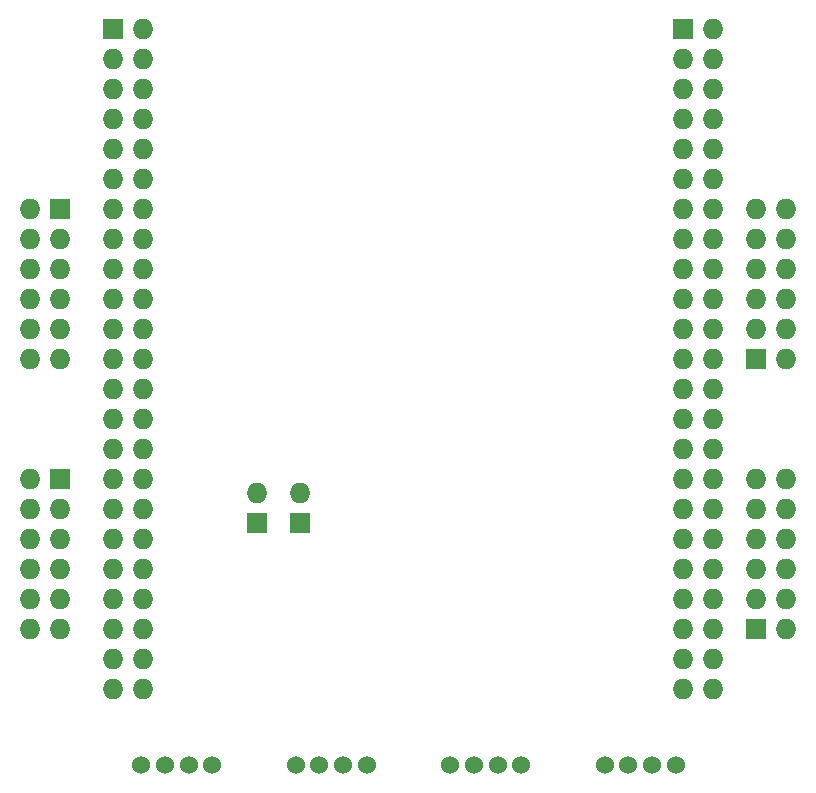
<source format=gbr>
G04 #@! TF.GenerationSoftware,KiCad,Pcbnew,(2017-08-02 revision 9760937)-master*
G04 #@! TF.CreationDate,2018-04-02T13:15:28-05:00*
G04 #@! TF.ProjectId,beagle-wire,626561676C652D776972652E6B696361,rev?*
G04 #@! TF.SameCoordinates,Original*
G04 #@! TF.FileFunction,Soldermask,Bot*
G04 #@! TF.FilePolarity,Negative*
%FSLAX46Y46*%
G04 Gerber Fmt 4.6, Leading zero omitted, Abs format (unit mm)*
G04 Created by KiCad (PCBNEW (2017-08-02 revision 9760937)-master) date Mon Apr  2 13:15:28 2018*
%MOMM*%
%LPD*%
G01*
G04 APERTURE LIST*
%ADD10R,1.727200X1.727200*%
%ADD11O,1.727200X1.727200*%
%ADD12C,1.524000*%
G04 APERTURE END LIST*
D10*
X170817120Y-113157000D03*
D11*
X173357120Y-113157000D03*
X170817120Y-110617000D03*
X173357120Y-110617000D03*
X170817120Y-108077000D03*
X173357120Y-108077000D03*
X170817120Y-105537000D03*
X173357120Y-105537000D03*
X170817120Y-102997000D03*
X173357120Y-102997000D03*
X170817120Y-100457000D03*
X173357120Y-100457000D03*
D10*
X116370100Y-62382400D03*
D11*
X118910100Y-62382400D03*
X116370100Y-64922400D03*
X118910100Y-64922400D03*
X116370100Y-67462400D03*
X118910100Y-67462400D03*
X116370100Y-70002400D03*
X118910100Y-70002400D03*
X116370100Y-72542400D03*
X118910100Y-72542400D03*
X116370100Y-75082400D03*
X118910100Y-75082400D03*
X116370100Y-77622400D03*
X118910100Y-77622400D03*
X116370100Y-80162400D03*
X118910100Y-80162400D03*
X116370100Y-82702400D03*
X118910100Y-82702400D03*
X116370100Y-85242400D03*
X118910100Y-85242400D03*
X116370100Y-87782400D03*
X118910100Y-87782400D03*
X116370100Y-90322400D03*
X118910100Y-90322400D03*
X116370100Y-92862400D03*
X118910100Y-92862400D03*
X116370100Y-95402400D03*
X118910100Y-95402400D03*
X116370100Y-97942400D03*
X118910100Y-97942400D03*
X116370100Y-100482400D03*
X118910100Y-100482400D03*
X116370100Y-103022400D03*
X118910100Y-103022400D03*
X116370100Y-105562400D03*
X118910100Y-105562400D03*
X116370100Y-108102400D03*
X118910100Y-108102400D03*
X116370100Y-110642400D03*
X118910100Y-110642400D03*
X116370100Y-113182400D03*
X118910100Y-113182400D03*
X116370100Y-115722400D03*
X118910100Y-115722400D03*
X116370100Y-118262400D03*
X118910100Y-118262400D03*
D10*
X164630100Y-62382400D03*
D11*
X167170100Y-62382400D03*
X164630100Y-64922400D03*
X167170100Y-64922400D03*
X164630100Y-67462400D03*
X167170100Y-67462400D03*
X164630100Y-70002400D03*
X167170100Y-70002400D03*
X164630100Y-72542400D03*
X167170100Y-72542400D03*
X164630100Y-75082400D03*
X167170100Y-75082400D03*
X164630100Y-77622400D03*
X167170100Y-77622400D03*
X164630100Y-80162400D03*
X167170100Y-80162400D03*
X164630100Y-82702400D03*
X167170100Y-82702400D03*
X164630100Y-85242400D03*
X167170100Y-85242400D03*
X164630100Y-87782400D03*
X167170100Y-87782400D03*
X164630100Y-90322400D03*
X167170100Y-90322400D03*
X164630100Y-92862400D03*
X167170100Y-92862400D03*
X164630100Y-95402400D03*
X167170100Y-95402400D03*
X164630100Y-97942400D03*
X167170100Y-97942400D03*
X164630100Y-100482400D03*
X167170100Y-100482400D03*
X164630100Y-103022400D03*
X167170100Y-103022400D03*
X164630100Y-105562400D03*
X167170100Y-105562400D03*
X164630100Y-108102400D03*
X167170100Y-108102400D03*
X164630100Y-110642400D03*
X167170100Y-110642400D03*
X164630100Y-113182400D03*
X167170100Y-113182400D03*
X164630100Y-115722400D03*
X167170100Y-115722400D03*
X164630100Y-118262400D03*
X167170100Y-118262400D03*
D10*
X128560000Y-104200000D03*
D11*
X128560000Y-101660000D03*
D10*
X132190000Y-104200000D03*
D11*
X132190000Y-101660000D03*
D10*
X111817120Y-77597000D03*
D11*
X109277120Y-77597000D03*
X111817120Y-80137000D03*
X109277120Y-80137000D03*
X111817120Y-82677000D03*
X109277120Y-82677000D03*
X111817120Y-85217000D03*
X109277120Y-85217000D03*
X111817120Y-87757000D03*
X109277120Y-87757000D03*
X111817120Y-90297000D03*
X109277120Y-90297000D03*
D10*
X111817120Y-100457000D03*
D11*
X109277120Y-100457000D03*
X111817120Y-102997000D03*
X109277120Y-102997000D03*
X111817120Y-105537000D03*
X109277120Y-105537000D03*
X111817120Y-108077000D03*
X109277120Y-108077000D03*
X111817120Y-110617000D03*
X109277120Y-110617000D03*
X111817120Y-113157000D03*
X109277120Y-113157000D03*
D10*
X170817120Y-90297000D03*
D11*
X173357120Y-90297000D03*
X170817120Y-87757000D03*
X173357120Y-87757000D03*
X170817120Y-85217000D03*
X173357120Y-85217000D03*
X170817120Y-82677000D03*
X173357120Y-82677000D03*
X170817120Y-80137000D03*
X173357120Y-80137000D03*
X170817120Y-77597000D03*
X173357120Y-77597000D03*
D12*
X124732000Y-124680000D03*
X118732000Y-124680000D03*
X120732000Y-124680000D03*
X122732000Y-124680000D03*
X137813000Y-124680000D03*
X131813000Y-124680000D03*
X133813000Y-124680000D03*
X135813000Y-124680000D03*
X150894000Y-124680000D03*
X144894000Y-124680000D03*
X146894000Y-124680000D03*
X148894000Y-124680000D03*
X163975000Y-124680000D03*
X157975000Y-124680000D03*
X159975000Y-124680000D03*
X161975000Y-124680000D03*
M02*

</source>
